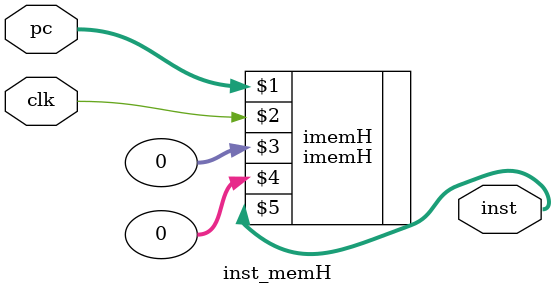
<source format=sv>
module inst_memH( input logic clk,
                 input logic [15:0]  pc,
                 output logic [15:0] inst );
   
   imemH imemH( pc, clk, 0, 0, inst );
   
endmodule

</source>
